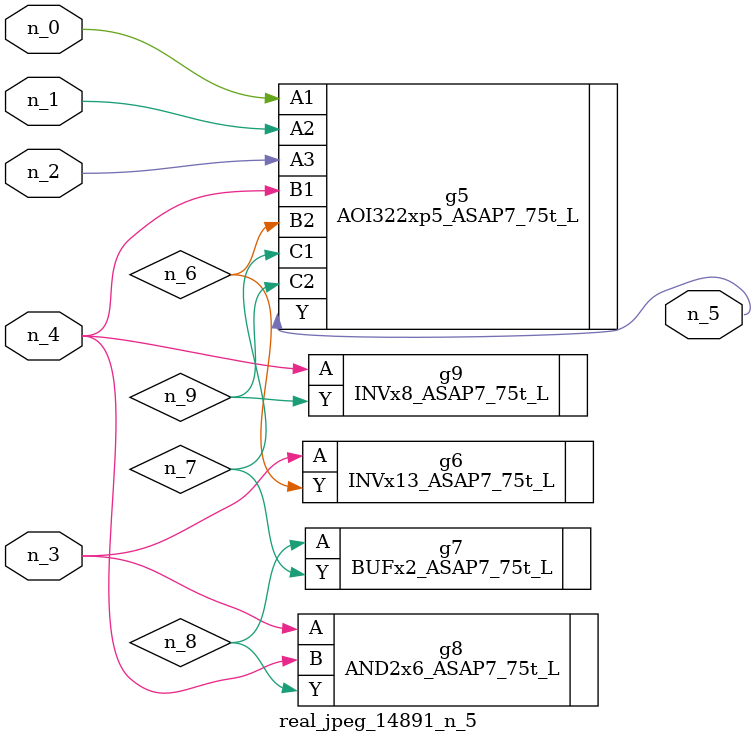
<source format=v>
module real_jpeg_14891_n_5 (n_4, n_0, n_1, n_2, n_3, n_5);

input n_4;
input n_0;
input n_1;
input n_2;
input n_3;

output n_5;

wire n_8;
wire n_6;
wire n_7;
wire n_9;

AOI322xp5_ASAP7_75t_L g5 ( 
.A1(n_0),
.A2(n_1),
.A3(n_2),
.B1(n_4),
.B2(n_6),
.C1(n_7),
.C2(n_9),
.Y(n_5)
);

INVx13_ASAP7_75t_L g6 ( 
.A(n_3),
.Y(n_6)
);

AND2x6_ASAP7_75t_L g8 ( 
.A(n_3),
.B(n_4),
.Y(n_8)
);

INVx8_ASAP7_75t_L g9 ( 
.A(n_4),
.Y(n_9)
);

BUFx2_ASAP7_75t_L g7 ( 
.A(n_8),
.Y(n_7)
);


endmodule
</source>
